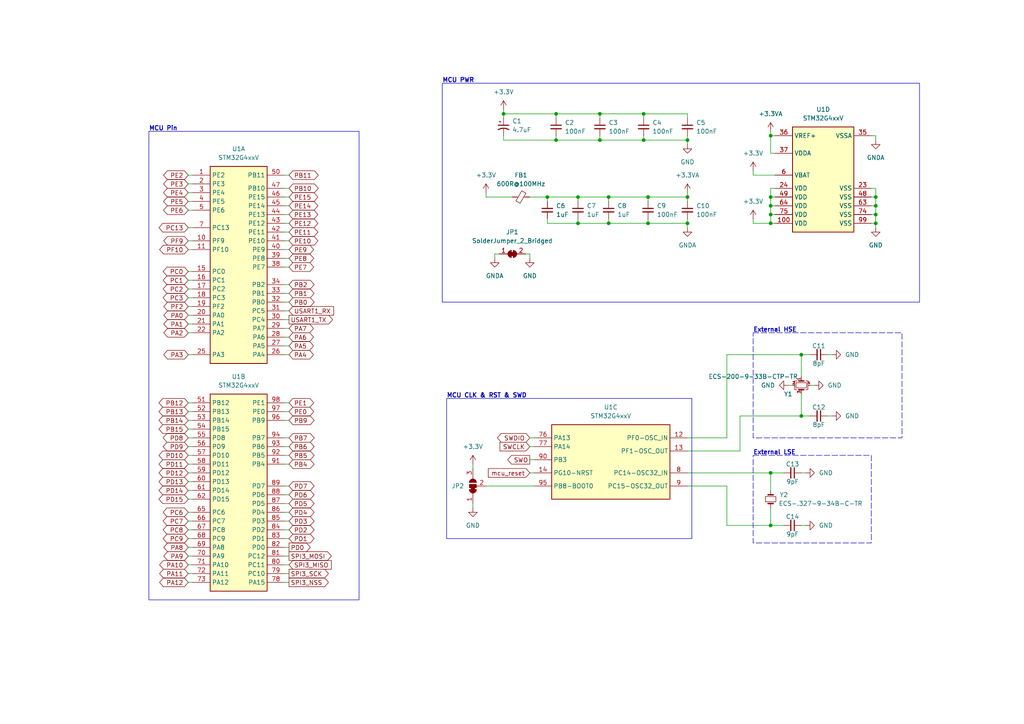
<source format=kicad_sch>
(kicad_sch (version 20230121) (generator eeschema)
  (paper "A4")
  (title_block (date "2023-08-16") (company "MAZE"))
  (lib_symbols
    (symbol "Device:C_Polarized_Small_US" (pin_numbers hide) (pin_names (offset 0.254) hide)
      (property "Reference" "C" (at 0.254 1.778 0))
      (property "Value" "C_Polarized_Small_US" (at 0.254 -2.032 0))
      (symbol "C_Polarized_Small_US_0_1"
        (polyline (pts (xy -1.524 0.508) (xy 1.524 0.508)) (stroke (width 0.3048)))
        (polyline (pts (xy -1.27 1.524) (xy -0.762 1.524)))
        (polyline (pts (xy -1.016 1.27) (xy -1.016 1.778)))
        (arc (start 1.524 -0.762) (mid 0 -0.3734) (end -1.524 -0.762) (stroke (width 0.3048)))
      )
      (symbol "C_Polarized_Small_US_1_1"
        (pin passive line (at 0 2.54 270) (length 2.032) (name "~") (number "1"))
        (pin passive line (at 0 -2.54 90) (length 2.032) (name "~") (number "2"))
      )
    )
    (symbol "Device:C_Small" (pin_numbers hide) (pin_names (offset 0.254) hide)
      (property "Reference" "C" (at 0.254 1.778 0))
      (property "Value" "C_Small" (at 0.254 -2.032 0))
      (symbol "C_Small_0_1"
        (polyline (pts (xy -1.524 -0.508) (xy 1.524 -0.508)) (stroke (width 0.3302)))
        (polyline (pts (xy -1.524 0.508) (xy 1.524 0.508)) (stroke (width 0.3048)))
      )
      (symbol "C_Small_1_1"
        (pin passive line (at 0 2.54 270) (length 2.032) (name "~") (number "1"))
        (pin passive line (at 0 -2.54 90) (length 2.032) (name "~") (number "2"))
      )
    )
    (symbol "Device:Crystal_GND24_Small" (pin_names (offset 1.016) hide)
      (property "Reference" "Y" (at 1.27 4.445 0))
      (property "Value" "Crystal_GND24_Small" (at 1.27 2.54 0))
      (symbol "Crystal_GND24_Small_0_1"
        (rectangle (start -0.762 -1.524) (end 0.762 1.524))
        (polyline (pts (xy -1.27 -0.762) (xy -1.27 0.762)) (stroke (width 0.381)))
        (polyline (pts (xy 1.27 -0.762) (xy 1.27 0.762)) (stroke (width 0.381)))
        (polyline (pts (xy -1.27 -1.27) (xy -1.27 -1.905) (xy 1.27 -1.905) (xy 1.27 -1.27)))
        (polyline (pts (xy -1.27 1.27) (xy -1.27 1.905) (xy 1.27 1.905) (xy 1.27 1.27)))
      )
      (symbol "Crystal_GND24_Small_1_1"
        (pin passive line (at -2.54 0 0) (length 1.27) (name "1") (number "1"))
        (pin passive line (at 0 -2.54 90) (length 0.635) (name "2") (number "2"))
        (pin passive line (at 2.54 0 180) (length 1.27) (name "3") (number "3"))
        (pin passive line (at 0 2.54 270) (length 0.635) (name "4") (number "4"))
      )
    )
    (symbol "Device:Crystal_Small" (pin_numbers hide) (pin_names (offset 1.016) hide)
      (property "Reference" "Y" (at 0 2.54 0))
      (property "Value" "Crystal_Small" (at 0 -2.54 0))
      (symbol "Crystal_Small_0_1"
        (rectangle (start -0.762 -1.524) (end 0.762 1.524))
        (polyline (pts (xy -1.27 -0.762) (xy -1.27 0.762)) (stroke (width 0.381)))
        (polyline (pts (xy 1.27 -0.762) (xy 1.27 0.762)) (stroke (width 0.381)))
      )
      (symbol "Crystal_Small_1_1"
        (pin passive line (at -2.54 0 0) (length 1.27) (name "1") (number "1"))
        (pin passive line (at 2.54 0 180) (length 1.27) (name "2") (number "2"))
      )
    )
    (symbol "Device:FerriteBead_Small" (pin_numbers hide) (pin_names (offset 0))
      (property "Reference" "FB" (at 1.905 1.27 0))
      (property "Value" "FerriteBead_Small" (at 1.905 -1.27 0))
      (symbol "FerriteBead_Small_0_1"
        (polyline (pts (xy 0 -1.27) (xy 0 -0.7874)))
        (polyline (pts (xy 0 0.889) (xy 0 1.2954)))
        (polyline (pts (xy -1.8288 0.2794) (xy -1.1176 1.4986) (xy 1.8288 -0.2032) (xy 1.1176 -1.4224) (xy -1.8288 0.2794)))
      )
      (symbol "FerriteBead_Small_1_1"
        (pin passive line (at 0 2.54 270) (length 1.27) (name "~") (number "1"))
        (pin passive line (at 0 -2.54 90) (length 1.27) (name "~") (number "2"))
      )
    )
    (symbol "HS_MCU:STM32G4xxV"
      (property "Reference" "U" (at 1.27 3.81 0))
      (property "Value" "STM32G4xxV" (at 6.35 1.27 0))
      (symbol "STM32G4xxV_1_1"
        (rectangle (start 0 0) (end 16.51 -57.15) (stroke (width 0.254)) (fill (type background)))
        (pin bidirectional line (at -5.08 -2.54 0) (length 5.08) (name "PE2") (number "1"))
        (pin bidirectional line (at -5.08 -21.59 0) (length 5.08) (name "PF9") (number "10"))
        (pin bidirectional line (at -5.08 -24.13 0) (length 5.08) (name "PF10") (number "11"))
        (pin bidirectional line (at -5.08 -30.48 0) (length 5.08) (name "PC0") (number "15"))
        (pin bidirectional line (at -5.08 -33.02 0) (length 5.08) (name "PC1") (number "16"))
        (pin bidirectional line (at -5.08 -35.56 0) (length 5.08) (name "PC2") (number "17"))
        (pin bidirectional line (at -5.08 -38.1 0) (length 5.08) (name "PC3") (number "18"))
        (pin bidirectional line (at -5.08 -40.64 0) (length 5.08) (name "PF2") (number "19"))
        (pin bidirectional line (at -5.08 -5.08 0) (length 5.08) (name "PE3") (number "2"))
        (pin bidirectional line (at -5.08 -43.18 0) (length 5.08) (name "PA0") (number "20"))
        (pin bidirectional line (at -5.08 -45.72 0) (length 5.08) (name "PA1") (number "21"))
        (pin bidirectional line (at -5.08 -48.26 0) (length 5.08) (name "PA2") (number "22"))
        (pin bidirectional line (at -5.08 -54.61 0) (length 5.08) (name "PA3") (number "25"))
        (pin bidirectional line (at 21.59 -54.61 180) (length 5.08) (name "PA4") (number "26"))
        (pin bidirectional line (at 21.59 -52.07 180) (length 5.08) (name "PA5") (number "27"))
        (pin bidirectional line (at 21.59 -49.53 180) (length 5.08) (name "PA6") (number "28"))
        (pin bidirectional line (at 21.59 -46.99 180) (length 5.08) (name "PA7") (number "29"))
        (pin bidirectional line (at -5.08 -7.62 0) (length 5.08) (name "PE4") (number "3"))
        (pin bidirectional line (at 21.59 -44.45 180) (length 5.08) (name "PC4") (number "30"))
        (pin bidirectional line (at 21.59 -41.91 180) (length 5.08) (name "PC5") (number "31"))
        (pin bidirectional line (at 21.59 -39.37 180) (length 5.08) (name "PB0") (number "32"))
        (pin bidirectional line (at 21.59 -36.83 180) (length 5.08) (name "PB1") (number "33"))
        (pin bidirectional line (at 21.59 -34.29 180) (length 5.08) (name "PB2") (number "34"))
        (pin bidirectional line (at 21.59 -29.21 180) (length 5.08) (name "PE7") (number "38"))
        (pin bidirectional line (at 21.59 -26.67 180) (length 5.08) (name "PE8") (number "39"))
        (pin bidirectional line (at -5.08 -10.16 0) (length 5.08) (name "PE5") (number "4"))
        (pin bidirectional line (at 21.59 -24.13 180) (length 5.08) (name "PE9") (number "40"))
        (pin bidirectional line (at 21.59 -21.59 180) (length 5.08) (name "PE10") (number "41"))
        (pin bidirectional line (at 21.59 -19.05 180) (length 5.08) (name "PE11") (number "42"))
        (pin bidirectional line (at 21.59 -16.51 180) (length 5.08) (name "PE12") (number "43"))
        (pin bidirectional line (at 21.59 -13.97 180) (length 5.08) (name "PE13") (number "44"))
        (pin bidirectional line (at 21.59 -11.43 180) (length 5.08) (name "PE14") (number "45"))
        (pin bidirectional line (at 21.59 -8.89 180) (length 5.08) (name "PE15") (number "46"))
        (pin bidirectional line (at 21.59 -6.35 180) (length 5.08) (name "PB10") (number "47"))
        (pin bidirectional line (at -5.08 -12.7 0) (length 5.08) (name "PE6") (number "5"))
        (pin bidirectional line (at 21.59 -2.54 180) (length 5.08) (name "PB11") (number "50"))
        (pin bidirectional line (at -5.08 -17.78 0) (length 5.08) (name "PC13") (number "7"))
      )
      (symbol "STM32G4xxV_2_1"
        (rectangle (start 0 0) (end 16.51 -57.15) (stroke (width 0.254)) (fill (type background)))
        (pin bidirectional line (at -5.08 -2.54 0) (length 5.08) (name "PB12") (number "51"))
        (pin bidirectional line (at -5.08 -5.08 0) (length 5.08) (name "PB13") (number "52"))
        (pin bidirectional line (at -5.08 -7.62 0) (length 5.08) (name "PB14") (number "53"))
        (pin bidirectional line (at -5.08 -10.16 0) (length 5.08) (name "PB15") (number "54"))
        (pin bidirectional line (at -5.08 -12.7 0) (length 5.08) (name "PD8") (number "55"))
        (pin bidirectional line (at -5.08 -15.24 0) (length 5.08) (name "PD9") (number "56"))
        (pin bidirectional line (at -5.08 -17.78 0) (length 5.08) (name "PD10") (number "57"))
        (pin bidirectional line (at -5.08 -20.32 0) (length 5.08) (name "PD11") (number "58"))
        (pin bidirectional line (at -5.08 -22.86 0) (length 5.08) (name "PD12") (number "59"))
        (pin bidirectional line (at -5.08 -25.4 0) (length 5.08) (name "PD13") (number "60"))
        (pin bidirectional line (at -5.08 -27.94 0) (length 5.08) (name "PD14") (number "61"))
        (pin bidirectional line (at -5.08 -30.48 0) (length 5.08) (name "PD15") (number "62"))
        (pin bidirectional line (at -5.08 -34.29 0) (length 5.08) (name "PC6") (number "65"))
        (pin bidirectional line (at -5.08 -36.83 0) (length 5.08) (name "PC7") (number "66"))
        (pin bidirectional line (at -5.08 -39.37 0) (length 5.08) (name "PC8") (number "67"))
        (pin bidirectional line (at -5.08 -41.91 0) (length 5.08) (name "PC9") (number "68"))
        (pin bidirectional line (at -5.08 -44.45 0) (length 5.08) (name "PA8") (number "69"))
        (pin bidirectional line (at -5.08 -46.99 0) (length 5.08) (name "PA9") (number "70"))
        (pin bidirectional line (at -5.08 -49.53 0) (length 5.08) (name "PA10") (number "71"))
        (pin bidirectional line (at -5.08 -52.07 0) (length 5.08) (name "PA11") (number "72"))
        (pin bidirectional line (at -5.08 -54.61 0) (length 5.08) (name "PA12") (number "73"))
        (pin bidirectional line (at 21.59 -54.61 180) (length 5.08) (name "PA15") (number "78"))
        (pin bidirectional line (at 21.59 -52.07 180) (length 5.08) (name "PC10") (number "79"))
        (pin bidirectional line (at 21.59 -49.53 180) (length 5.08) (name "PC11") (number "80"))
        (pin bidirectional line (at 21.59 -46.99 180) (length 5.08) (name "PC12") (number "81"))
        (pin bidirectional line (at 21.59 -44.45 180) (length 5.08) (name "PD0") (number "82"))
        (pin bidirectional line (at 21.59 -41.91 180) (length 5.08) (name "PD1") (number "83"))
        (pin bidirectional line (at 21.59 -39.37 180) (length 5.08) (name "PD2") (number "84"))
        (pin bidirectional line (at 21.59 -36.83 180) (length 5.08) (name "PD3") (number "85"))
        (pin bidirectional line (at 21.59 -34.29 180) (length 5.08) (name "PD4") (number "86"))
        (pin bidirectional line (at 21.59 -31.75 180) (length 5.08) (name "PD5") (number "87"))
        (pin bidirectional line (at 21.59 -29.21 180) (length 5.08) (name "PD6") (number "88"))
        (pin bidirectional line (at 21.59 -26.67 180) (length 5.08) (name "PD7") (number "89"))
        (pin bidirectional line (at 21.59 -20.32 180) (length 5.08) (name "PB4") (number "91"))
        (pin bidirectional line (at 21.59 -17.78 180) (length 5.08) (name "PB5") (number "92"))
        (pin bidirectional line (at 21.59 -15.24 180) (length 5.08) (name "PB6") (number "93"))
        (pin bidirectional line (at 21.59 -12.7 180) (length 5.08) (name "PB7") (number "94"))
        (pin bidirectional line (at 21.59 -7.62 180) (length 5.08) (name "PB9") (number "96"))
        (pin bidirectional line (at 21.59 -5.08 180) (length 5.08) (name "PE0") (number "97"))
        (pin bidirectional line (at 21.59 -2.54 180) (length 5.08) (name "PE1") (number "98"))
      )
      (symbol "STM32G4xxV_3_1"
        (rectangle (start 0 0) (end 34.29 -21.59) (stroke (width 0.254)) (fill (type background)))
        (pin bidirectional line (at 39.37 -3.81 180) (length 5.08) (name "PF0-OSC_IN") (number "12"))
        (pin bidirectional line (at 39.37 -7.62 180) (length 5.08) (name "PF1-OSC_OUT") (number "13"))
        (pin bidirectional line (at -5.08 -13.97 0) (length 5.08) (name "PG10-NRST") (number "14"))
        (pin bidirectional line (at -5.08 -3.81 0) (length 5.08) (name "PA13") (number "76"))
        (pin bidirectional line (at -5.08 -6.35 0) (length 5.08) (name "PA14") (number "77"))
        (pin bidirectional line (at 39.37 -13.97 180) (length 5.08) (name "PC14-OSC32_IN") (number "8"))
        (pin bidirectional line (at 39.37 -17.78 180) (length 5.08) (name "PC15-OSC32_OUT") (number "9"))
        (pin bidirectional line (at -5.08 -10.16 0) (length 5.08) (name "PB3") (number "90"))
        (pin bidirectional line (at -5.08 -17.78 0) (length 5.08) (name "PB8-BOOT0") (number "95"))
      )
      (symbol "STM32G4xxV_4_1"
        (rectangle (start 0 0) (end 17.78 -30.48) (stroke (width 0.254)) (fill (type background)))
        (pin power_in line (at -5.08 -27.94 0) (length 5.08) (name "VDD") (number "100"))
        (pin power_in line (at 22.86 -17.78 180) (length 5.08) (name "VSS") (number "23"))
        (pin power_in line (at -5.08 -17.78 0) (length 5.08) (name "VDD") (number "24"))
        (pin power_in line (at 22.86 -2.54 180) (length 5.08) (name "VSSA") (number "35"))
        (pin input line (at -5.08 -2.54 0) (length 5.08) (name "VREF+") (number "36"))
        (pin power_in line (at -5.08 -7.62 0) (length 5.08) (name "VDDA") (number "37"))
        (pin passive line (at 22.86 -20.32 180) (length 5.08) (name "VSS") (number "48"))
        (pin power_in line (at -5.08 -20.32 0) (length 5.08) (name "VDD") (number "49"))
        (pin power_in line (at -5.08 -13.97 0) (length 5.08) (name "VBAT") (number "6"))
        (pin passive line (at 22.86 -22.86 180) (length 5.08) (name "VSS") (number "63"))
        (pin power_in line (at -5.08 -22.86 0) (length 5.08) (name "VDD") (number "64"))
        (pin passive line (at 22.86 -25.4 180) (length 5.08) (name "VSS") (number "74"))
        (pin power_in line (at -5.08 -25.4 0) (length 5.08) (name "VDD") (number "75"))
        (pin passive line (at 22.86 -27.94 180) (length 5.08) (name "VSS") (number "99"))
      )
    )
    (symbol "Jumper:SolderJumper_2_Bridged" (pin_names (offset 0) hide)
      (property "Reference" "JP" (at 0 2.032 0))
      (property "Value" "SolderJumper_2_Bridged" (at 0 -2.54 0))
      (symbol "SolderJumper_2_Bridged_0_1"
        (rectangle (start -0.508 0.508) (end 0.508 -0.508) (fill (type outline)))
        (arc (start -0.254 1.016) (mid -1.2656 0) (end -0.254 -1.016))
        (arc (start -0.254 1.016) (mid -1.2656 0) (end -0.254 -1.016) (fill (type outline)))
        (polyline (pts (xy -0.254 1.016) (xy -0.254 -1.016)))
        (polyline (pts (xy 0.254 1.016) (xy 0.254 -1.016)))
        (arc (start 0.254 -1.016) (mid 1.2656 0) (end 0.254 1.016))
        (arc (start 0.254 -1.016) (mid 1.2656 0) (end 0.254 1.016) (fill (type outline)))
      )
      (symbol "SolderJumper_2_Bridged_1_1"
        (pin passive line (at -3.81 0 0) (length 2.54) (name "A") (number "1"))
        (pin passive line (at 3.81 0 180) (length 2.54) (name "B") (number "2"))
      )
    )
    (symbol "Jumper:SolderJumper_3_Bridged12" (pin_names (offset 0) hide)
      (property "Reference" "JP" (at -2.54 -2.54 0))
      (property "Value" "SolderJumper_3_Bridged12" (at 0 2.794 0))
      (symbol "SolderJumper_3_Bridged12_0_1"
        (rectangle (start -1.016 0.508) (end -0.508 -0.508) (fill (type outline)))
        (arc (start -1.016 1.016) (mid -2.0276 0) (end -1.016 -1.016))
        (arc (start -1.016 1.016) (mid -2.0276 0) (end -1.016 -1.016) (fill (type outline)))
        (rectangle (start -0.508 1.016) (end 0.508 -1.016) (fill (type outline)))
        (polyline (pts (xy -2.54 0) (xy -2.032 0)))
        (polyline (pts (xy -1.016 1.016) (xy -1.016 -1.016)))
        (polyline (pts (xy 0 -1.27) (xy 0 -1.016)))
        (polyline (pts (xy 1.016 1.016) (xy 1.016 -1.016)))
        (polyline (pts (xy 2.54 0) (xy 2.032 0)))
        (arc (start 1.016 -1.016) (mid 2.0276 0) (end 1.016 1.016))
        (arc (start 1.016 -1.016) (mid 2.0276 0) (end 1.016 1.016) (fill (type outline)))
      )
      (symbol "SolderJumper_3_Bridged12_1_1"
        (pin passive line (at -5.08 0 0) (length 2.54) (name "A") (number "1"))
        (pin passive line (at 0 -3.81 90) (length 2.54) (name "C") (number "2"))
        (pin passive line (at 5.08 0 180) (length 2.54) (name "B") (number "3"))
      )
    )
    (symbol "power:+3.3V" (power) (pin_names (offset 0))
      (property "Value" "+3.3V" (at 0 3.556 0))
      (symbol "+3.3V_0_1"
        (polyline (pts (xy -0.762 1.27) (xy 0 2.54)))
        (polyline (pts (xy 0 0) (xy 0 2.54)))
        (polyline (pts (xy 0 2.54) (xy 0.762 1.27)))
      )
      (symbol "+3.3V_1_1"
        (pin power_in line (at 0 0 90) (length 0) hide (name "+3.3V") (number "1"))
      )
    )
    (symbol "power:+3.3VA" (power) (pin_names (offset 0))
      (property "Value" "+3.3VA" (at 0 3.556 0))
      (symbol "+3.3VA_0_1"
        (polyline (pts (xy -0.762 1.27) (xy 0 2.54)))
        (polyline (pts (xy 0 0) (xy 0 2.54)))
        (polyline (pts (xy 0 2.54) (xy 0.762 1.27)))
      )
      (symbol "+3.3VA_1_1"
        (pin power_in line (at 0 0 90) (length 0) hide (name "+3.3VA") (number "1"))
      )
    )
    (symbol "power:GND" (power) (pin_names (offset 0))
      (property "Value" "GND" (at 0 -3.81 0))
      (symbol "GND_0_1"
        (polyline (pts (xy 0 0) (xy 0 -1.27) (xy 1.27 -1.27) (xy 0 -2.54) (xy -1.27 -1.27) (xy 0 -1.27)))
      )
      (symbol "GND_1_1"
        (pin power_in line (at 0 0 270) (length 0) hide (name "GND") (number "1"))
      )
    )
    (symbol "power:GNDA" (power) (pin_names (offset 0))
      (property "Value" "GNDA" (at 0 -3.81 0))
      (symbol "GNDA_0_1"
        (polyline (pts (xy 0 0) (xy 0 -1.27) (xy 1.27 -1.27) (xy 0 -2.54) (xy -1.27 -1.27) (xy 0 -1.27)))
      )
      (symbol "GNDA_1_1"
        (pin power_in line (at 0 0 270) (length 0) hide (name "GNDA") (number "1"))
      )
    )
  )
  (junction (at 187.96 57.15))
  (junction (at 254 62.23))
  (junction (at 186.69 33.02))
  (junction (at 223.52 152.4))
  (junction (at 223.52 59.69))
  (junction (at 176.53 64.77))
  (junction (at 199.39 40.64))
  (junction (at 173.99 40.64))
  (junction (at 167.64 64.77))
  (junction (at 254 57.15))
  (junction (at 199.39 64.77))
  (junction (at 176.53 57.15))
  (junction (at 223.52 57.15))
  (junction (at 223.52 39.37))
  (junction (at 223.52 137.16))
  (junction (at 232.41 120.65))
  (junction (at 223.52 64.77))
  (junction (at 186.69 40.64))
  (junction (at 187.96 64.77))
  (junction (at 254 64.77))
  (junction (at 254 59.69))
  (junction (at 232.41 102.87))
  (junction (at 223.52 62.23))
  (junction (at 167.64 57.15))
  (junction (at 146.05 33.02))
  (junction (at 158.75 57.15))
  (junction (at 161.29 40.64))
  (junction (at 161.29 33.02))
  (junction (at 199.39 57.15))
  (junction (at 173.99 33.02))
  (wire (pts (xy 186.69 39.37) (xy 186.69 40.64)))
  (wire (pts (xy 54.61 163.83) (xy 55.88 163.83)))
  (wire (pts (xy 241.3 120.65) (xy 240.03 120.65)))
  (wire (pts (xy 54.61 102.87) (xy 55.88 102.87)))
  (wire (pts (xy 83.82 146.05) (xy 82.55 146.05)))
  (wire (pts (xy 83.82 97.79) (xy 82.55 97.79)))
  (wire (pts (xy 223.52 59.69) (xy 224.79 59.69)))
  (wire (pts (xy 223.52 39.37) (xy 224.79 39.37)))
  (wire (pts (xy 199.39 127) (xy 210.82 127)))
  (wire (pts (xy 54.61 151.13) (xy 55.88 151.13)))
  (wire (pts (xy 224.79 44.45) (xy 223.52 44.45)))
  (wire (pts (xy 54.61 50.8) (xy 55.88 50.8)))
  (wire (pts (xy 158.75 58.42) (xy 158.75 57.15)))
  (wire (pts (xy 199.39 39.37) (xy 199.39 40.64)))
  (wire (pts (xy 83.82 140.97) (xy 82.55 140.97)))
  (wire (pts (xy 137.16 134.62) (xy 137.16 135.89)))
  (wire (pts (xy 173.99 33.02) (xy 173.99 34.29)))
  (wire (pts (xy 146.05 33.02) (xy 161.29 33.02)))
  (wire (pts (xy 173.99 39.37) (xy 173.99 40.64)))
  (wire (pts (xy 252.73 39.37) (xy 254 39.37)))
  (wire (pts (xy 187.96 63.5) (xy 187.96 64.77)))
  (wire (pts (xy 54.61 166.37) (xy 55.88 166.37)))
  (wire (pts (xy 223.52 62.23) (xy 224.79 62.23)))
  (wire (pts (xy 54.61 91.44) (xy 55.88 91.44)))
  (wire (pts (xy 173.99 40.64) (xy 186.69 40.64)))
  (wire (pts (xy 83.82 87.63) (xy 82.55 87.63)))
  (wire (pts (xy 176.53 57.15) (xy 187.96 57.15)))
  (wire (pts (xy 233.68 152.4) (xy 232.41 152.4)))
  (wire (pts (xy 167.64 57.15) (xy 176.53 57.15)))
  (wire (pts (xy 199.39 55.88) (xy 199.39 57.15)))
  (wire (pts (xy 187.96 64.77) (xy 199.39 64.77)))
  (wire (pts (xy 224.79 57.15) (xy 223.52 57.15)))
  (wire (pts (xy 153.67 127) (xy 154.94 127)))
  (wire (pts (xy 54.61 161.29) (xy 55.88 161.29)))
  (wire (pts (xy 83.82 129.54) (xy 82.55 129.54)))
  (wire (pts (xy 153.67 57.15) (xy 158.75 57.15)))
  (wire (pts (xy 252.73 54.61) (xy 254 54.61)))
  (wire (pts (xy 83.82 62.23) (xy 82.55 62.23)))
  (wire (pts (xy 210.82 140.97) (xy 210.82 152.4)))
  (wire (pts (xy 223.52 54.61) (xy 223.52 57.15)))
  (wire (pts (xy 186.69 33.02) (xy 186.69 34.29)))
  (wire (pts (xy 224.79 50.8) (xy 218.44 50.8)))
  (wire (pts (xy 232.41 102.87) (xy 234.95 102.87)))
  (wire (pts (xy 54.61 119.38) (xy 55.88 119.38)))
  (wire (pts (xy 54.61 58.42) (xy 55.88 58.42)))
  (wire (pts (xy 143.51 73.66) (xy 143.51 74.93)))
  (wire (pts (xy 223.52 57.15) (xy 223.52 59.69)))
  (wire (pts (xy 54.61 53.34) (xy 55.88 53.34)))
  (wire (pts (xy 54.61 132.08) (xy 55.88 132.08)))
  (wire (pts (xy 252.73 64.77) (xy 254 64.77)))
  (wire (pts (xy 83.82 143.51) (xy 82.55 143.51)))
  (wire (pts (xy 146.05 31.75) (xy 146.05 33.02)))
  (wire (pts (xy 83.82 148.59) (xy 82.55 148.59)))
  (wire (pts (xy 252.73 62.23) (xy 254 62.23)))
  (wire (pts (xy 54.61 148.59) (xy 55.88 148.59)))
  (wire (pts (xy 83.82 102.87) (xy 82.55 102.87)))
  (wire (pts (xy 137.16 147.32) (xy 137.16 146.05)))
  (wire (pts (xy 158.75 64.77) (xy 167.64 64.77)))
  (wire (pts (xy 83.82 127) (xy 82.55 127)))
  (wire (pts (xy 83.82 92.71) (xy 82.55 92.71)))
  (wire (pts (xy 186.69 33.02) (xy 199.39 33.02)))
  (wire (pts (xy 199.39 64.77) (xy 199.39 66.04)))
  (wire (pts (xy 54.61 69.85) (xy 55.88 69.85)))
  (wire (pts (xy 153.67 133.35) (xy 154.94 133.35)))
  (wire (pts (xy 153.67 73.66) (xy 153.67 74.93)))
  (wire (pts (xy 146.05 40.64) (xy 161.29 40.64)))
  (wire (pts (xy 83.82 156.21) (xy 82.55 156.21)))
  (wire (pts (xy 83.82 100.33) (xy 82.55 100.33)))
  (wire (pts (xy 83.82 119.38) (xy 82.55 119.38)))
  (wire (pts (xy 186.69 40.64) (xy 199.39 40.64)))
  (wire (pts (xy 54.61 66.04) (xy 55.88 66.04)))
  (wire (pts (xy 223.52 59.69) (xy 223.52 62.23)))
  (wire (pts (xy 54.61 156.21) (xy 55.88 156.21)))
  (wire (pts (xy 153.67 129.54) (xy 154.94 129.54)))
  (wire (pts (xy 83.82 82.55) (xy 82.55 82.55)))
  (wire (pts (xy 254 57.15) (xy 254 59.69)))
  (wire (pts (xy 210.82 102.87) (xy 232.41 102.87)))
  (wire (pts (xy 83.82 67.31) (xy 82.55 67.31)))
  (wire (pts (xy 223.52 137.16) (xy 223.52 142.24)))
  (wire (pts (xy 199.39 63.5) (xy 199.39 64.77)))
  (wire (pts (xy 254 54.61) (xy 254 57.15)))
  (wire (pts (xy 54.61 142.24) (xy 55.88 142.24)))
  (wire (pts (xy 254 64.77) (xy 254 66.04)))
  (wire (pts (xy 199.39 137.16) (xy 223.52 137.16)))
  (wire (pts (xy 83.82 50.8) (xy 82.55 50.8)))
  (wire (pts (xy 176.53 64.77) (xy 187.96 64.77)))
  (wire (pts (xy 199.39 34.29) (xy 199.39 33.02)))
  (wire (pts (xy 176.53 63.5) (xy 176.53 64.77)))
  (wire (pts (xy 218.44 64.77) (xy 223.52 64.77)))
  (wire (pts (xy 223.52 62.23) (xy 223.52 64.77)))
  (wire (pts (xy 83.82 132.08) (xy 82.55 132.08)))
  (wire (pts (xy 83.82 161.29) (xy 82.55 161.29)))
  (wire (pts (xy 83.82 168.91) (xy 82.55 168.91)))
  (wire (pts (xy 161.29 33.02) (xy 161.29 34.29)))
  (wire (pts (xy 83.82 64.77) (xy 82.55 64.77)))
  (wire (pts (xy 54.61 83.82) (xy 55.88 83.82)))
  (wire (pts (xy 210.82 152.4) (xy 223.52 152.4)))
  (wire (pts (xy 146.05 33.02) (xy 146.05 34.29)))
  (wire (pts (xy 83.82 166.37) (xy 82.55 166.37)))
  (wire (pts (xy 54.61 96.52) (xy 55.88 96.52)))
  (wire (pts (xy 252.73 57.15) (xy 254 57.15)))
  (wire (pts (xy 227.33 137.16) (xy 223.52 137.16)))
  (wire (pts (xy 167.64 57.15) (xy 158.75 57.15)))
  (wire (pts (xy 140.97 140.97) (xy 154.94 140.97)))
  (wire (pts (xy 83.82 158.75) (xy 82.55 158.75)))
  (wire (pts (xy 218.44 63.5) (xy 218.44 64.77)))
  (wire (pts (xy 83.82 134.62) (xy 82.55 134.62)))
  (wire (pts (xy 223.52 152.4) (xy 223.52 147.32)))
  (wire (pts (xy 176.53 58.42) (xy 176.53 57.15)))
  (wire (pts (xy 83.82 69.85) (xy 82.55 69.85)))
  (wire (pts (xy 83.82 74.93) (xy 82.55 74.93)))
  (wire (pts (xy 233.68 137.16) (xy 232.41 137.16)))
  (wire (pts (xy 146.05 39.37) (xy 146.05 40.64)))
  (wire (pts (xy 83.82 85.09) (xy 82.55 85.09)))
  (wire (pts (xy 83.82 151.13) (xy 82.55 151.13)))
  (wire (pts (xy 223.52 64.77) (xy 224.79 64.77)))
  (wire (pts (xy 54.61 93.98) (xy 55.88 93.98)))
  (wire (pts (xy 83.82 57.15) (xy 82.55 57.15)))
  (wire (pts (xy 167.64 63.5) (xy 167.64 64.77)))
  (wire (pts (xy 187.96 57.15) (xy 187.96 58.42)))
  (wire (pts (xy 54.61 116.84) (xy 55.88 116.84)))
  (wire (pts (xy 173.99 33.02) (xy 186.69 33.02)))
  (wire (pts (xy 54.61 153.67) (xy 55.88 153.67)))
  (wire (pts (xy 254 39.37) (xy 254 40.64)))
  (wire (pts (xy 54.61 139.7) (xy 55.88 139.7)))
  (wire (pts (xy 199.39 140.97) (xy 210.82 140.97)))
  (wire (pts (xy 214.63 120.65) (xy 232.41 120.65)))
  (wire (pts (xy 54.61 86.36) (xy 55.88 86.36)))
  (wire (pts (xy 158.75 63.5) (xy 158.75 64.77)))
  (wire (pts (xy 218.44 50.8) (xy 218.44 49.53)))
  (wire (pts (xy 54.61 129.54) (xy 55.88 129.54)))
  (wire (pts (xy 153.67 137.16) (xy 154.94 137.16)))
  (wire (pts (xy 234.95 111.76) (xy 236.22 111.76)))
  (wire (pts (xy 140.97 57.15) (xy 148.59 57.15)))
  (wire (pts (xy 83.82 54.61) (xy 82.55 54.61)))
  (wire (pts (xy 252.73 59.69) (xy 254 59.69)))
  (wire (pts (xy 54.61 81.28) (xy 55.88 81.28)))
  (wire (pts (xy 232.41 114.3) (xy 232.41 120.65)))
  (wire (pts (xy 54.61 72.39) (xy 55.88 72.39)))
  (wire (pts (xy 83.82 77.47) (xy 82.55 77.47)))
  (wire (pts (xy 199.39 130.81) (xy 214.63 130.81)))
  (wire (pts (xy 144.78 73.66) (xy 143.51 73.66)))
  (wire (pts (xy 254 62.23) (xy 254 64.77)))
  (wire (pts (xy 254 59.69) (xy 254 62.23)))
  (wire (pts (xy 161.29 39.37) (xy 161.29 40.64)))
  (wire (pts (xy 210.82 127) (xy 210.82 102.87)))
  (wire (pts (xy 54.61 55.88) (xy 55.88 55.88)))
  (wire (pts (xy 83.82 163.83) (xy 82.55 163.83)))
  (wire (pts (xy 187.96 57.15) (xy 199.39 57.15)))
  (wire (pts (xy 54.61 78.74) (xy 55.88 78.74)))
  (wire (pts (xy 54.61 124.46) (xy 55.88 124.46)))
  (wire (pts (xy 232.41 120.65) (xy 234.95 120.65)))
  (wire (pts (xy 161.29 33.02) (xy 173.99 33.02)))
  (wire (pts (xy 199.39 40.64) (xy 199.39 41.91)))
  (wire (pts (xy 83.82 121.92) (xy 82.55 121.92)))
  (wire (pts (xy 83.82 116.84) (xy 82.55 116.84)))
  (wire (pts (xy 223.52 39.37) (xy 223.52 44.45)))
  (wire (pts (xy 232.41 102.87) (xy 232.41 109.22)))
  (wire (pts (xy 83.82 90.17) (xy 82.55 90.17)))
  (wire (pts (xy 167.64 57.15) (xy 167.64 58.42)))
  (wire (pts (xy 228.6 111.76) (xy 229.87 111.76)))
  (wire (pts (xy 152.4 73.66) (xy 153.67 73.66)))
  (wire (pts (xy 83.82 95.25) (xy 82.55 95.25)))
  (wire (pts (xy 54.61 134.62) (xy 55.88 134.62)))
  (wire (pts (xy 199.39 58.42) (xy 199.39 57.15)))
  (wire (pts (xy 214.63 130.81) (xy 214.63 120.65)))
  (wire (pts (xy 54.61 60.96) (xy 55.88 60.96)))
  (wire (pts (xy 54.61 168.91) (xy 55.88 168.91)))
  (wire (pts (xy 83.82 153.67) (xy 82.55 153.67)))
  (wire (pts (xy 54.61 127) (xy 55.88 127)))
  (wire (pts (xy 224.79 54.61) (xy 223.52 54.61)))
  (wire (pts (xy 83.82 59.69) (xy 82.55 59.69)))
  (wire (pts (xy 54.61 144.78) (xy 55.88 144.78)))
  (wire (pts (xy 227.33 152.4) (xy 223.52 152.4)))
  (wire (pts (xy 83.82 72.39) (xy 82.55 72.39)))
  (wire (pts (xy 54.61 121.92) (xy 55.88 121.92)))
  (wire (pts (xy 54.61 158.75) (xy 55.88 158.75)))
  (wire (pts (xy 176.53 64.77) (xy 167.64 64.77)))
  (wire (pts (xy 223.52 38.1) (xy 223.52 39.37)))
  (wire (pts (xy 161.29 40.64) (xy 173.99 40.64)))
  (wire (pts (xy 241.3 102.87) (xy 240.03 102.87)))
  (wire (pts (xy 54.61 137.16) (xy 55.88 137.16)))
  (wire (pts (xy 140.97 55.88) (xy 140.97 57.15)))
  (wire (pts (xy 54.61 88.9) (xy 55.88 88.9)))
  (rectangle (start 218.44 132.08) (end 252.73 157.48) (stroke (width 0) (type dash)))
  (rectangle (start 218.44 96.52) (end 261.62 127) (stroke (width 0) (type dash)))
  (rectangle (start 129.54 115.57) (end 200.66 156.21))
  (rectangle (start 43.18 38.1) (end 104.14 173.99))
  (rectangle (start 128.27 24.13) (end 266.7 87.63))
  (text "MCU CLK & RST & SWD" (at 129.54 115.57 0) (effects (font (size 1.27 1.27) (thickness 0.254) bold) (justify left bottom)))
  (text "External HSE" (at 218.44 96.52 0) (effects (font (size 1.27 1.27) (thickness 0.254) bold) (justify left bottom)))
  (text "External LSE" (at 218.44 132.08 0) (effects (font (size 1.27 1.27) (thickness 0.254) bold) (justify left bottom)))
  (text "MCU PWR" (at 128.27 24.13 0) (effects (font (size 1.27 1.27) (thickness 0.254) bold) (justify left bottom)))
  (text "MCU Pin" (at 43.18 38.1 0) (effects (font (size 1.27 1.27) (thickness 0.254) bold) (justify left bottom)))
  (global_label "PC6" (shape bidirectional) (at 54.61 148.59 180) (property "Intersheetrefs" "${INTERSHEET_REFS}" (effects hide)))
  (global_label "SWO" (shape output) (at 153.67 133.35 180) (property "Intersheetrefs" "${INTERSHEET_REFS}" (effects hide)))
  (global_label "SPI3_MISO" (shape input) (at 83.82 163.83 0) (property "Intersheetrefs" "${INTERSHEET_REFS}" (effects hide)))
  (global_label "PD14" (shape bidirectional) (at 54.61 142.24 180) (property "Intersheetrefs" "${INTERSHEET_REFS}" (effects hide)))
  (global_label "PE15" (shape bidirectional) (at 83.82 57.15 0) (property "Intersheetrefs" "${INTERSHEET_REFS}" (effects hide)))
  (global_label "PD2" (shape bidirectional) (at 83.82 153.67 0) (property "Intersheetrefs" "${INTERSHEET_REFS}" (effects hide)))
  (global_label "PD1" (shape bidirectional) (at 83.82 156.21 0) (property "Intersheetrefs" "${INTERSHEET_REFS}" (effects hide)))
  (global_label "PE11" (shape bidirectional) (at 83.82 67.31 0) (property "Intersheetrefs" "${INTERSHEET_REFS}" (effects hide)))
  (global_label "PF10" (shape bidirectional) (at 54.61 72.39 180) (property "Intersheetrefs" "${INTERSHEET_REFS}" (effects hide)))
  (global_label "PA6" (shape bidirectional) (at 83.82 97.79 0) (property "Intersheetrefs" "${INTERSHEET_REFS}" (effects hide)))
  (global_label "PD8" (shape bidirectional) (at 54.61 127 180) (property "Intersheetrefs" "${INTERSHEET_REFS}" (effects hide)))
  (global_label "PB5" (shape bidirectional) (at 83.82 132.08 0) (property "Intersheetrefs" "${INTERSHEET_REFS}" (effects hide)))
  (global_label "PB6" (shape bidirectional) (at 83.82 129.54 0) (property "Intersheetrefs" "${INTERSHEET_REFS}" (effects hide)))
  (global_label "PA2" (shape bidirectional) (at 54.61 96.52 180) (property "Intersheetrefs" "${INTERSHEET_REFS}" (effects hide)))
  (global_label "PD7" (shape bidirectional) (at 83.82 140.97 0) (property "Intersheetrefs" "${INTERSHEET_REFS}" (effects hide)))
  (global_label "PA0" (shape bidirectional) (at 54.61 91.44 180) (property "Intersheetrefs" "${INTERSHEET_REFS}" (effects hide)))
  (global_label "PE6" (shape bidirectional) (at 54.61 60.96 180) (property "Intersheetrefs" "${INTERSHEET_REFS}" (effects hide)))
  (global_label "PA7" (shape bidirectional) (at 83.82 95.25 0) (property "Intersheetrefs" "${INTERSHEET_REFS}" (effects hide)))
  (global_label "USART1_RX" (shape input) (at 83.82 90.17 0) (property "Intersheetrefs" "${INTERSHEET_REFS}" (effects hide)))
  (global_label "PC8" (shape bidirectional) (at 54.61 153.67 180) (property "Intersheetrefs" "${INTERSHEET_REFS}" (effects hide)))
  (global_label "PB12" (shape bidirectional) (at 54.61 116.84 180) (property "Intersheetrefs" "${INTERSHEET_REFS}" (effects hide)))
  (global_label "PC2" (shape bidirectional) (at 54.61 83.82 180) (property "Intersheetrefs" "${INTERSHEET_REFS}" (effects hide)))
  (global_label "PB1" (shape bidirectional) (at 83.82 85.09 0) (property "Intersheetrefs" "${INTERSHEET_REFS}" (effects hide)))
  (global_label "PB0" (shape bidirectional) (at 83.82 87.63 0) (property "Intersheetrefs" "${INTERSHEET_REFS}" (effects hide)))
  (global_label "SPI3_NSS" (shape output) (at 83.82 168.91 0) (property "Intersheetrefs" "${INTERSHEET_REFS}" (effects hide)))
  (global_label "PB9" (shape bidirectional) (at 83.82 121.92 0) (property "Intersheetrefs" "${INTERSHEET_REFS}" (effects hide)))
  (global_label "PE8" (shape bidirectional) (at 83.82 74.93 0) (property "Intersheetrefs" "${INTERSHEET_REFS}" (effects hide)))
  (global_label "PE13" (shape bidirectional) (at 83.82 62.23 0) (property "Intersheetrefs" "${INTERSHEET_REFS}" (effects hide)))
  (global_label "PB14" (shape bidirectional) (at 54.61 121.92 180) (property "Intersheetrefs" "${INTERSHEET_REFS}" (effects hide)))
  (global_label "PE2" (shape bidirectional) (at 54.61 50.8 180) (property "Intersheetrefs" "${INTERSHEET_REFS}" (effects hide)))
  (global_label "PC3" (shape bidirectional) (at 54.61 86.36 180) (property "Intersheetrefs" "${INTERSHEET_REFS}" (effects hide)))
  (global_label "PD15" (shape bidirectional) (at 54.61 144.78 180) (property "Intersheetrefs" "${INTERSHEET_REFS}" (effects hide)))
  (global_label "PB2" (shape bidirectional) (at 83.82 82.55 0) (property "Intersheetrefs" "${INTERSHEET_REFS}" (effects hide)))
  (global_label "PE3" (shape bidirectional) (at 54.61 53.34 180) (property "Intersheetrefs" "${INTERSHEET_REFS}" (effects hide)))
  (global_label "PD9" (shape bidirectional) (at 54.61 129.54 180) (property "Intersheetrefs" "${INTERSHEET_REFS}" (effects hide)))
  (global_label "mcu_reset" (shape input) (at 153.67 137.16 180) (property "Intersheetrefs" "${INTERSHEET_REFS}" (effects hide)))
  (global_label "PA1" (shape bidirectional) (at 54.61 93.98 180) (property "Intersheetrefs" "${INTERSHEET_REFS}" (effects hide)))
  (global_label "PA12" (shape bidirectional) (at 54.61 168.91 180) (property "Intersheetrefs" "${INTERSHEET_REFS}" (effects hide)))
  (global_label "PB7" (shape bidirectional) (at 83.82 127 0) (property "Intersheetrefs" "${INTERSHEET_REFS}" (effects hide)))
  (global_label "PD13" (shape bidirectional) (at 54.61 139.7 180) (property "Intersheetrefs" "${INTERSHEET_REFS}" (effects hide)))
  (global_label "PE0" (shape bidirectional) (at 83.82 119.38 0) (property "Intersheetrefs" "${INTERSHEET_REFS}" (effects hide)))
  (global_label "PB13" (shape bidirectional) (at 54.61 119.38 180) (property "Intersheetrefs" "${INTERSHEET_REFS}" (effects hide)))
  (global_label "PE9" (shape bidirectional) (at 83.82 72.39 0) (property "Intersheetrefs" "${INTERSHEET_REFS}" (effects hide)))
  (global_label "PD12" (shape bidirectional) (at 54.61 137.16 180) (property "Intersheetrefs" "${INTERSHEET_REFS}" (effects hide)))
  (global_label "PB15" (shape bidirectional) (at 54.61 124.46 180) (property "Intersheetrefs" "${INTERSHEET_REFS}" (effects hide)))
  (global_label "PC1" (shape bidirectional) (at 54.61 81.28 180) (property "Intersheetrefs" "${INTERSHEET_REFS}" (effects hide)))
  (global_label "PC7" (shape bidirectional) (at 54.61 151.13 180) (property "Intersheetrefs" "${INTERSHEET_REFS}" (effects hide)))
  (global_label "PA8" (shape bidirectional) (at 54.61 158.75 180) (property "Intersheetrefs" "${INTERSHEET_REFS}" (effects hide)))
  (global_label "SWCLK" (shape input) (at 153.67 129.54 180) (property "Intersheetrefs" "${INTERSHEET_REFS}" (effects hide)))
  (global_label "PC13" (shape bidirectional) (at 54.61 66.04 180) (property "Intersheetrefs" "${INTERSHEET_REFS}" (effects hide)))
  (global_label "PB11" (shape bidirectional) (at 83.82 50.8 0) (property "Intersheetrefs" "${INTERSHEET_REFS}" (effects hide)))
  (global_label "PA3" (shape bidirectional) (at 54.61 102.87 180) (property "Intersheetrefs" "${INTERSHEET_REFS}" (effects hide)))
  (global_label "PE14" (shape bidirectional) (at 83.82 59.69 0) (property "Intersheetrefs" "${INTERSHEET_REFS}" (effects hide)))
  (global_label "PD6" (shape bidirectional) (at 83.82 143.51 0) (property "Intersheetrefs" "${INTERSHEET_REFS}" (effects hide)))
  (global_label "PD0" (shape output) (at 83.82 158.75 0) (property "Intersheetrefs" "${INTERSHEET_REFS}" (effects hide)))
  (global_label "PB10" (shape bidirectional) (at 83.82 54.61 0) (property "Intersheetrefs" "${INTERSHEET_REFS}" (effects hide)))
  (global_label "PA9" (shape bidirectional) (at 54.61 161.29 180) (property "Intersheetrefs" "${INTERSHEET_REFS}" (effects hide)))
  (global_label "PD10" (shape bidirectional) (at 54.61 132.08 180) (property "Intersheetrefs" "${INTERSHEET_REFS}" (effects hide)))
  (global_label "SPI3_MOSI" (shape output) (at 83.82 161.29 0) (property "Intersheetrefs" "${INTERSHEET_REFS}" (effects hide)))
  (global_label "PF2" (shape bidirectional) (at 54.61 88.9 180) (property "Intersheetrefs" "${INTERSHEET_REFS}" (effects hide)))
  (global_label "SWDIO" (shape bidirectional) (at 153.67 127 180) (property "Intersheetrefs" "${INTERSHEET_REFS}" (effects hide)))
  (global_label "USART1_TX" (shape output) (at 83.82 92.71 0) (property "Intersheetrefs" "${INTERSHEET_REFS}" (effects hide)))
  (global_label "PF9" (shape bidirectional) (at 54.61 69.85 180) (property "Intersheetrefs" "${INTERSHEET_REFS}" (effects hide)))
  (global_label "PA11" (shape bidirectional) (at 54.61 166.37 180) (property "Intersheetrefs" "${INTERSHEET_REFS}" (effects hide)))
  (global_label "PD11" (shape bidirectional) (at 54.61 134.62 180) (property "Intersheetrefs" "${INTERSHEET_REFS}" (effects hide)))
  (global_label "PC9" (shape bidirectional) (at 54.61 156.21 180) (property "Intersheetrefs" "${INTERSHEET_REFS}" (effects hide)))
  (global_label "PA4" (shape bidirectional) (at 83.82 102.87 0) (property "Intersheetrefs" "${INTERSHEET_REFS}" (effects hide)))
  (global_label "PD5" (shape bidirectional) (at 83.82 146.05 0) (property "Intersheetrefs" "${INTERSHEET_REFS}" (effects hide)))
  (global_label "PE7" (shape bidirectional) (at 83.82 77.47 0) (property "Intersheetrefs" "${INTERSHEET_REFS}" (effects hide)))
  (global_label "PE1" (shape bidirectional) (at 83.82 116.84 0) (property "Intersheetrefs" "${INTERSHEET_REFS}" (effects hide)))
  (global_label "PE12" (shape bidirectional) (at 83.82 64.77 0) (property "Intersheetrefs" "${INTERSHEET_REFS}" (effects hide)))
  (global_label "PA5" (shape bidirectional) (at 83.82 100.33 0) (property "Intersheetrefs" "${INTERSHEET_REFS}" (effects hide)))
  (global_label "SPI3_SCK" (shape output) (at 83.82 166.37 0) (property "Intersheetrefs" "${INTERSHEET_REFS}" (effects hide)))
  (global_label "PE10" (shape bidirectional) (at 83.82 69.85 0) (property "Intersheetrefs" "${INTERSHEET_REFS}" (effects hide)))
  (global_label "PC0" (shape bidirectional) (at 54.61 78.74 180) (property "Intersheetrefs" "${INTERSHEET_REFS}" (effects hide)))
  (global_label "PD3" (shape bidirectional) (at 83.82 151.13 0) (property "Intersheetrefs" "${INTERSHEET_REFS}" (effects hide)))
  (global_label "PD4" (shape bidirectional) (at 83.82 148.59 0) (property "Intersheetrefs" "${INTERSHEET_REFS}" (effects hide)))
  (global_label "PE5" (shape bidirectional) (at 54.61 58.42 180) (property "Intersheetrefs" "${INTERSHEET_REFS}" (effects hide)))
  (global_label "PE4" (shape bidirectional) (at 54.61 55.88 180) (property "Intersheetrefs" "${INTERSHEET_REFS}" (effects hide)))
  (global_label "PB4" (shape bidirectional) (at 83.82 134.62 0) (property "Intersheetrefs" "${INTERSHEET_REFS}" (effects hide)))
  (global_label "PA10" (shape bidirectional) (at 54.61 163.83 180) (property "Intersheetrefs" "${INTERSHEET_REFS}" (effects hide)))
  (symbol (lib_id "power:GND") (at 228.6 111.76 270) (unit 1)
    (property "Reference" "#PWR?" (effects hide))
    (property "Value" "GND" (at 224.79 111.76 90) (effects (justify right)))
    (instances (project "STM32G4 MAZE" (path "" (reference "#PWR?") (unit 1)) (path "" (reference "#PWR014") (unit 1))) (project "Lemmiwinks" (path "" (reference "#PWR?") (unit 1))))
  )
  (symbol (lib_id "HS_MCU:STM32G4xxV") (at 229.87 36.83 0) (unit 4)
    (property "Reference" "U1" (at 238.76 31.75 0))
    (property "Value" "STM32G4xxV" (at 238.76 34.29 0))
    (property "Footprint" "Package_QFP_HS:LQFP-100_14x14mm_P0.5mm" (effects hide))
  )
  (symbol (lib_id "power:GNDA") (at 199.39 66.04 0) (unit 1)
    (property "Reference" "#PWR?" (effects hide))
    (property "Value" "GNDA" (at 199.39 71.12 0))
    (instances (project "STM32G4 MAZE" (path "" (reference "#PWR?") (unit 1)) (path "" (reference "#PWR09") (unit 1))) (project "Lemmiwinks" (path "" (reference "#PWR?") (unit 1))))
  )
  (symbol (lib_id "power:GND") (at 199.39 41.91 0) (unit 1)
    (property "Reference" "#PWR?" (effects hide))
    (property "Value" "GND" (at 199.39 46.99 0))
    (instances (project "STM32G4 MAZE" (path "" (reference "#PWR?") (unit 1)) (path "" (reference "#PWR04") (unit 1))) (project "Lemmiwinks" (path "" (reference "#PWR?") (unit 1))))
  )
  (symbol (lib_id "Jumper:SolderJumper_3_Bridged12") (at 137.16 140.97 90) (unit 1)
    (property "Reference" "JP2" (at 134.62 140.97 90) (effects (justify left)))
    (property "Value" "SolderJumper_3_Bridged12" (effects hide))
    (property "Footprint" "Jumper_HS:SolderJumper-3_P1.3mm_Bridged12_RoundedPad1.0x1.5mm" (effects hide))
  )
  (symbol (lib_id "power:GND") (at 233.68 152.4 90) (unit 1)
    (property "Reference" "#PWR?" (effects hide))
    (property "Value" "GND" (at 237.49 152.4 90) (effects (justify right)))
    (instances (project "STM32G4 MAZE" (path "" (reference "#PWR?") (unit 1)) (path "" (reference "#PWR020") (unit 1))) (project "Lemmiwinks" (path "" (reference "#PWR?") (unit 1))))
  )
  (symbol (lib_id "Device:C_Small") (at 167.64 60.96 0) (unit 1)
    (property "Reference" "C7" (at 170.18 59.6963 0) (effects (justify left)))
    (property "Value" "1uF" (at 170.18 62.2363 0) (effects (justify left)))
    (property "Footprint" "SMD_HS:0603_1608_C_HandSolder" (effects hide))
  )
  (symbol (lib_id "power:GND") (at 137.16 147.32 0) (unit 1)
    (property "Reference" "#PWR019" (effects hide))
    (property "Value" "GND" (at 137.16 152.4 0))
  )
  (symbol (lib_id "power:+3.3V") (at 146.05 31.75 0) (unit 1)
    (property "Reference" "#PWR01" (effects hide))
    (property "Value" "+3.3V" (at 146.05 26.67 0))
  )
  (symbol (lib_id "power:+3.3V") (at 218.44 49.53 0) (unit 1)
    (property "Reference" "#PWR05" (effects hide))
    (property "Value" "+3.3V" (at 218.44 44.45 0))
  )
  (symbol (lib_id "Device:C_Small") (at 237.49 102.87 270) (unit 1)
    (property "Reference" "C11" (at 237.49 100.33 90))
    (property "Value" "8pF" (at 237.49 105.41 90))
    (property "Footprint" "SMD_HS:0603_1608_C_HandSolder" (effects hide))
  )
  (symbol (lib_id "power:GND") (at 233.68 137.16 90) (unit 1)
    (property "Reference" "#PWR?" (effects hide))
    (property "Value" "GND" (at 237.49 137.16 90) (effects (justify right)))
    (instances (project "STM32G4 MAZE" (path "" (reference "#PWR?") (unit 1)) (path "" (reference "#PWR018") (unit 1))) (project "Lemmiwinks" (path "" (reference "#PWR?") (unit 1))))
  )
  (symbol (lib_id "Device:C_Small") (at 173.99 36.83 0) (unit 1)
    (property "Reference" "C3" (at 176.53 35.5663 0) (effects (justify left)))
    (property "Value" "100nF" (at 176.53 38.1063 0) (effects (justify left)))
    (property "Footprint" "SMD_HS:0603_1608_C_HandSolder" (effects hide))
  )
  (symbol (lib_id "Device:C_Small") (at 161.29 36.83 0) (unit 1)
    (property "Reference" "C2" (at 163.83 35.5663 0) (effects (justify left)))
    (property "Value" "100nF" (at 163.83 38.1063 0) (effects (justify left)))
    (property "Footprint" "SMD_HS:0603_1608_C_HandSolder" (effects hide))
  )
  (symbol (lib_id "Device:C_Small") (at 176.53 60.96 0) (unit 1)
    (property "Reference" "C8" (at 179.07 59.6963 0) (effects (justify left)))
    (property "Value" "1uF" (at 179.07 62.2363 0) (effects (justify left)))
    (property "Footprint" "SMD_HS:0603_1608_C_HandSolder" (effects hide))
  )
  (symbol (lib_id "power:+3.3VA") (at 199.39 55.88 0) (unit 1)
    (property "Reference" "#PWR07" (effects hide))
    (property "Value" "+3.3VA" (at 199.39 50.8 0))
  )
  (symbol (lib_id "power:GNDA") (at 143.51 74.93 0) (unit 1)
    (property "Reference" "#PWR?" (effects hide))
    (property "Value" "GNDA" (at 143.51 80.01 0))
    (instances (project "STM32G4 MAZE" (path "" (reference "#PWR?") (unit 1)) (path "" (reference "#PWR011") (unit 1))) (project "Lemmiwinks" (path "" (reference "#PWR?") (unit 1))))
  )
  (symbol (lib_id "Device:C_Small") (at 237.49 120.65 270) (unit 1)
    (property "Reference" "C12" (at 237.49 118.11 90))
    (property "Value" "8pF" (at 237.49 123.19 90))
    (property "Footprint" "SMD_HS:0603_1608_C_HandSolder" (effects hide))
  )
  (symbol (lib_id "Device:Crystal_GND24_Small") (at 232.41 111.76 270) (unit 1)
    (property "Reference" "Y1" (at 228.6 114.3 90))
    (property "Value" "ECS-200-9-33B-CTP-TR" (at 218.44 109.22 90))
    (property "Footprint" "Crystal_HS:Crystal_SMD_3225-4Pin_3.2x2.5mm_HandSoldering" (effects hide))
    (property "Datasheet" "https://ecsxtal.com/store/pdf/ECS-33B.pdf" (effects hide))
  )
  (symbol (lib_id "Jumper:SolderJumper_2_Bridged") (at 148.59 73.66 0) (unit 1)
    (property "Reference" "JP1" (at 148.59 67.31 0))
    (property "Value" "SolderJumper_2_Bridged" (at 148.59 69.85 0))
    (property "Footprint" "Jumper_HS:SolderJumper-2_P1.3mm_Bridged_RoundedPad1.0x1.5mm" (effects hide))
  )
  (symbol (lib_id "power:+3.3V") (at 140.97 55.88 0) (unit 1)
    (property "Reference" "#PWR06" (effects hide))
    (property "Value" "+3.3V" (at 140.97 50.8 0))
  )
  (symbol (lib_id "power:+3.3VA") (at 223.52 38.1 0) (unit 1)
    (property "Reference" "#PWR02" (effects hide))
    (property "Value" "+3.3VA" (at 223.52 33.02 0))
  )
  (symbol (lib_id "HS_MCU:STM32G4xxV") (at 60.96 114.3 0) (unit 2)
    (property "Reference" "U1" (at 69.215 109.22 0))
    (property "Value" "STM32G4xxV" (at 69.215 111.76 0))
    (property "Footprint" "Package_QFP_HS:LQFP-100_14x14mm_P0.5mm" (effects hide))
  )
  (symbol (lib_id "Device:C_Polarized_Small_US") (at 146.05 36.83 0) (unit 1)
    (property "Reference" "C1" (at 148.59 35.1282 0) (effects (justify left)))
    (property "Value" "4.7uF" (at 148.59 37.6682 0) (effects (justify left)))
    (property "Footprint" "SMD_HS:1206_3216_C_Polarized_HandSolder" (effects hide))
    (property "Datasheet" "https://www.mouser.kr/datasheet/2/212/1/KEM_T2005_T491-1093550.pdf" (effects hide))
  )
  (symbol (lib_id "Device:C_Small") (at 158.75 60.96 0) (unit 1)
    (property "Reference" "C6" (at 161.29 59.6963 0) (effects (justify left)))
    (property "Value" "1uF" (at 161.29 62.2363 0) (effects (justify left)))
    (property "Footprint" "SMD_HS:0603_1608_C_HandSolder" (effects hide))
  )
  (symbol (lib_id "power:GND") (at 241.3 120.65 90) (unit 1)
    (property "Reference" "#PWR?" (effects hide))
    (property "Value" "GND" (at 245.11 120.65 90) (effects (justify right)))
    (instances (project "STM32G4 MAZE" (path "" (reference "#PWR?") (unit 1)) (path "" (reference "#PWR016") (unit 1))) (project "Lemmiwinks" (path "" (reference "#PWR?") (unit 1))))
  )
  (symbol (lib_id "HS_MCU:STM32G4xxV") (at 160.02 123.19 0) (unit 3)
    (property "Reference" "U1" (at 177.165 118.11 0))
    (property "Value" "STM32G4xxV" (at 177.165 120.65 0))
    (property "Footprint" "Package_QFP_HS:LQFP-100_14x14mm_P0.5mm" (effects hide))
  )
  (symbol (lib_id "HS_MCU:STM32G4xxV") (at 60.96 48.26 0) (unit 1)
    (property "Reference" "U1" (at 69.215 43.18 0))
    (property "Value" "STM32G4xxV" (at 69.215 45.72 0))
    (property "Footprint" "Package_QFP_HS:LQFP-100_14x14mm_P0.5mm" (effects hide))
  )
  (symbol (lib_id "power:GND") (at 241.3 102.87 90) (unit 1)
    (property "Reference" "#PWR?" (effects hide))
    (property "Value" "GND" (at 245.11 102.87 90) (effects (justify right)))
    (instances (project "STM32G4 MAZE" (path "" (reference "#PWR?") (unit 1)) (path "" (reference "#PWR013") (unit 1))) (project "Lemmiwinks" (path "" (reference "#PWR?") (unit 1))))
  )
  (symbol (lib_id "Device:C_Small") (at 229.87 152.4 270) (unit 1)
    (property "Reference" "C14" (at 229.87 149.86 90))
    (property "Value" "9pF" (at 229.87 154.94 90))
    (property "Footprint" "SMD_HS:0603_1608_C_HandSolder" (effects hide))
  )
  (symbol (lib_id "power:GND") (at 254 66.04 0) (unit 1)
    (property "Reference" "#PWR?" (effects hide))
    (property "Value" "GND" (at 254 71.12 0))
    (instances (project "STM32G4 MAZE" (path "" (reference "#PWR?") (unit 1)) (path "" (reference "#PWR010") (unit 1))) (project "Lemmiwinks" (path "" (reference "#PWR?") (unit 1))))
  )
  (symbol (lib_id "Device:C_Small") (at 187.96 60.96 0) (unit 1)
    (property "Reference" "C9" (at 190.5 59.6963 0) (effects (justify left)))
    (property "Value" "100nF" (at 190.5 62.2363 0) (effects (justify left)))
    (property "Footprint" "SMD_HS:0603_1608_C_HandSolder" (effects hide))
  )
  (symbol (lib_id "power:+3.3V") (at 218.44 63.5 0) (unit 1)
    (property "Reference" "#PWR08" (effects hide))
    (property "Value" "+3.3V" (at 218.44 58.42 0))
  )
  (symbol (lib_id "Device:C_Small") (at 199.39 36.83 0) (unit 1)
    (property "Reference" "C5" (at 201.93 35.5663 0) (effects (justify left)))
    (property "Value" "100nF" (at 201.93 38.1063 0) (effects (justify left)))
    (property "Footprint" "SMD_HS:0603_1608_C_HandSolder" (effects hide))
  )
  (symbol (lib_id "Device:C_Small") (at 199.39 60.96 0) (unit 1)
    (property "Reference" "C10" (at 201.93 59.6963 0) (effects (justify left)))
    (property "Value" "100nF" (at 201.93 62.2363 0) (effects (justify left)))
    (property "Footprint" "SMD_HS:0603_1608_C_HandSolder" (effects hide))
  )
  (symbol (lib_id "Device:Crystal_Small") (at 223.52 144.78 270) (unit 1)
    (property "Reference" "Y2" (at 228.6 143.51 90) (effects (justify right)))
    (property "Value" "ECS-.327-9-34B-C-TR" (at 250.19 146.05 90) (effects (justify right)))
    (property "Footprint" "Crystal_HS:Crystal_SMD_3215-2Pin_3.2x1.5mm_HandSoldering" (effects hide))
    (property "Datasheet" "https://www.mouser.kr/datasheet/2/122/ecx_31b-15952.pdf" (effects hide))
  )
  (symbol (lib_id "power:+3.3V") (at 137.16 134.62 0) (unit 1)
    (property "Reference" "#PWR017" (effects hide))
    (property "Value" "+3.3V" (at 137.16 129.54 0))
  )
  (symbol (lib_id "power:GND") (at 153.67 74.93 0) (unit 1)
    (property "Reference" "#PWR?" (effects hide))
    (property "Value" "GND" (at 153.67 80.01 0))
    (instances (project "STM32G4 MAZE" (path "" (reference "#PWR?") (unit 1)) (path "" (reference "#PWR012") (unit 1))) (project "Lemmiwinks" (path "" (reference "#PWR?") (unit 1))))
  )
  (symbol (lib_id "Device:FerriteBead_Small") (at 151.13 57.15 90) (unit 1)
    (property "Reference" "FB1" (at 151.0919 50.8 90))
    (property "Value" "600R@100MHz" (at 151.0919 53.34 90))
    (property "Footprint" "SMD_HS:0603_1608_L_HandSolder" (effects hide))
  )
  (symbol (lib_id "power:GND") (at 236.22 111.76 90) (unit 1)
    (property "Reference" "#PWR?" (effects hide))
    (property "Value" "GND" (at 240.03 111.76 90) (effects (justify right)))
    (instances (project "STM32G4 MAZE" (path "" (reference "#PWR?") (unit 1)) (path "" (reference "#PWR015") (unit 1))) (project "Lemmiwinks" (path "" (reference "#PWR?") (unit 1))))
  )
  (symbol (lib_id "Device:C_Small") (at 186.69 36.83 0) (unit 1)
    (property "Reference" "C4" (at 189.23 35.5663 0) (effects (justify left)))
    (property "Value" "100nF" (at 189.23 38.1063 0) (effects (justify left)))
    (property "Footprint" "SMD_HS:0603_1608_C_HandSolder" (effects hide))
  )
  (symbol (lib_id "Device:C_Small") (at 229.87 137.16 270) (unit 1)
    (property "Reference" "C13" (at 229.87 134.62 90))
    (property "Value" "9pF" (at 229.87 139.7 90))
    (property "Footprint" "SMD_HS:0603_1608_C_HandSolder" (effects hide))
  )
  (symbol (lib_id "power:GNDA") (at 254 40.64 0) (unit 1)
    (property "Reference" "#PWR?" (effects hide))
    (property "Value" "GNDA" (at 254 45.72 0))
    (instances (project "STM32G4 MAZE" (path "" (reference "#PWR?") (unit 1)) (path "" (reference "#PWR03") (unit 1))) (project "Lemmiwinks" (path "" (reference "#PWR?") (unit 1))))
  )
)
</source>
